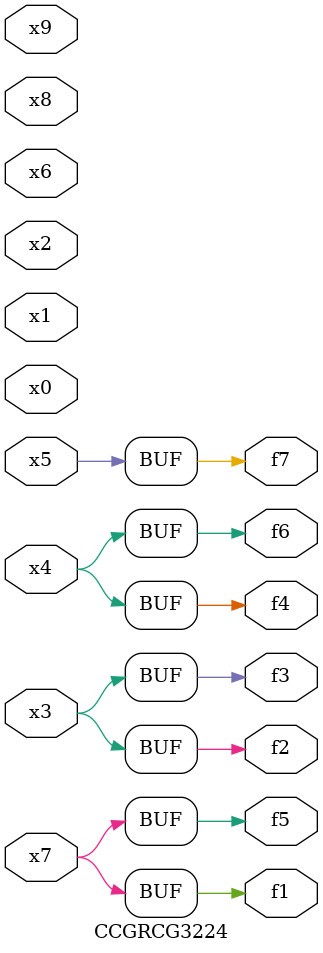
<source format=v>
module CCGRCG3224(
	input x0, x1, x2, x3, x4, x5, x6, x7, x8, x9,
	output f1, f2, f3, f4, f5, f6, f7
);
	assign f1 = x7;
	assign f2 = x3;
	assign f3 = x3;
	assign f4 = x4;
	assign f5 = x7;
	assign f6 = x4;
	assign f7 = x5;
endmodule

</source>
